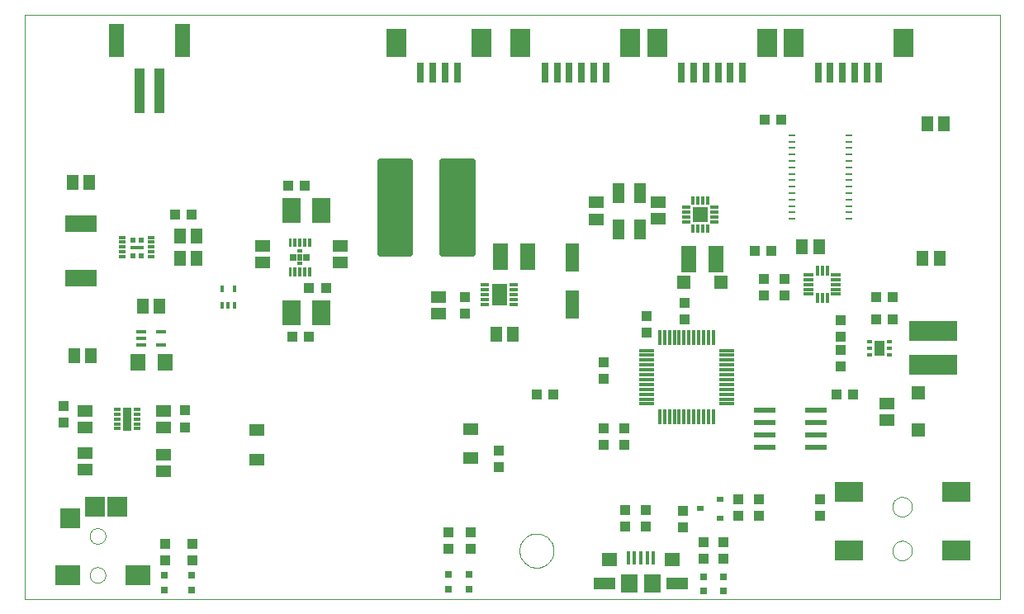
<source format=gtp>
G75*
G70*
%OFA0B0*%
%FSLAX24Y24*%
%IPPOS*%
%LPD*%
%AMOC8*
5,1,8,0,0,1.08239X$1,22.5*
%
%ADD10C,0.0000*%
%ADD11R,0.0157X0.0276*%
%ADD12R,0.0512X0.0591*%
%ADD13R,0.0630X0.0709*%
%ADD14R,0.0280X0.0120*%
%ADD15R,0.0236X0.0217*%
%ADD16R,0.0551X0.0177*%
%ADD17C,0.0007*%
%ADD18R,0.0256X0.0256*%
%ADD19R,0.0039X0.0085*%
%ADD20R,0.0039X0.0083*%
%ADD21R,0.0236X0.0118*%
%ADD22R,0.0236X0.0138*%
%ADD23R,0.0197X0.0256*%
%ADD24R,0.0768X0.0984*%
%ADD25R,0.0591X0.0512*%
%ADD26R,0.0433X0.0394*%
%ADD27R,0.1260X0.0709*%
%ADD28R,0.0320X0.0120*%
%ADD29R,0.0610X0.0910*%
%ADD30C,0.0185*%
%ADD31R,0.0630X0.1063*%
%ADD32R,0.0551X0.1181*%
%ADD33R,0.0394X0.0433*%
%ADD34R,0.0630X0.0472*%
%ADD35R,0.0315X0.0315*%
%ADD36R,0.0394X0.1811*%
%ADD37R,0.0630X0.1339*%
%ADD38R,0.0240X0.0140*%
%ADD39R,0.0390X0.0630*%
%ADD40R,0.1929X0.0827*%
%ADD41R,0.0551X0.0551*%
%ADD42R,0.0260X0.0120*%
%ADD43R,0.0330X0.0940*%
%ADD44R,0.0787X0.0787*%
%ADD45R,0.0984X0.0787*%
%ADD46R,0.1181X0.0787*%
%ADD47R,0.0630X0.0118*%
%ADD48R,0.0118X0.0630*%
%ADD49R,0.0315X0.0098*%
%ADD50R,0.0709X0.0748*%
%ADD51R,0.0906X0.0512*%
%ADD52R,0.0157X0.0531*%
%ADD53R,0.0630X0.0551*%
%ADD54R,0.0472X0.0787*%
%ADD55R,0.0315X0.0787*%
%ADD56R,0.0827X0.1181*%
%ADD57R,0.0276X0.0236*%
%ADD58R,0.0400X0.0140*%
%ADD59R,0.0870X0.0240*%
%ADD60R,0.0440X0.0120*%
%ADD61R,0.0120X0.0440*%
%ADD62R,0.0120X0.0320*%
%ADD63R,0.0610X0.0610*%
D10*
X000189Y003356D02*
X000189Y026978D01*
X039559Y026978D01*
X039559Y003356D01*
X000189Y003356D01*
X002827Y004341D02*
X002829Y004376D01*
X002835Y004411D01*
X002845Y004445D01*
X002858Y004478D01*
X002875Y004509D01*
X002896Y004537D01*
X002919Y004564D01*
X002946Y004587D01*
X002974Y004608D01*
X003005Y004625D01*
X003038Y004638D01*
X003072Y004648D01*
X003107Y004654D01*
X003142Y004656D01*
X003177Y004654D01*
X003212Y004648D01*
X003246Y004638D01*
X003279Y004625D01*
X003310Y004608D01*
X003338Y004587D01*
X003365Y004564D01*
X003388Y004537D01*
X003409Y004509D01*
X003426Y004478D01*
X003439Y004445D01*
X003449Y004411D01*
X003455Y004376D01*
X003457Y004341D01*
X003455Y004306D01*
X003449Y004271D01*
X003439Y004237D01*
X003426Y004204D01*
X003409Y004173D01*
X003388Y004145D01*
X003365Y004118D01*
X003338Y004095D01*
X003310Y004074D01*
X003279Y004057D01*
X003246Y004044D01*
X003212Y004034D01*
X003177Y004028D01*
X003142Y004026D01*
X003107Y004028D01*
X003072Y004034D01*
X003038Y004044D01*
X003005Y004057D01*
X002974Y004074D01*
X002946Y004095D01*
X002919Y004118D01*
X002896Y004145D01*
X002875Y004173D01*
X002858Y004204D01*
X002845Y004237D01*
X002835Y004271D01*
X002829Y004306D01*
X002827Y004341D01*
X002827Y005915D02*
X002829Y005950D01*
X002835Y005985D01*
X002845Y006019D01*
X002858Y006052D01*
X002875Y006083D01*
X002896Y006111D01*
X002919Y006138D01*
X002946Y006161D01*
X002974Y006182D01*
X003005Y006199D01*
X003038Y006212D01*
X003072Y006222D01*
X003107Y006228D01*
X003142Y006230D01*
X003177Y006228D01*
X003212Y006222D01*
X003246Y006212D01*
X003279Y006199D01*
X003310Y006182D01*
X003338Y006161D01*
X003365Y006138D01*
X003388Y006111D01*
X003409Y006083D01*
X003426Y006052D01*
X003439Y006019D01*
X003449Y005985D01*
X003455Y005950D01*
X003457Y005915D01*
X003455Y005880D01*
X003449Y005845D01*
X003439Y005811D01*
X003426Y005778D01*
X003409Y005747D01*
X003388Y005719D01*
X003365Y005692D01*
X003338Y005669D01*
X003310Y005648D01*
X003279Y005631D01*
X003246Y005618D01*
X003212Y005608D01*
X003177Y005602D01*
X003142Y005600D01*
X003107Y005602D01*
X003072Y005608D01*
X003038Y005618D01*
X003005Y005631D01*
X002974Y005648D01*
X002946Y005669D01*
X002919Y005692D01*
X002896Y005719D01*
X002875Y005747D01*
X002858Y005778D01*
X002845Y005811D01*
X002835Y005845D01*
X002829Y005880D01*
X002827Y005915D01*
X020170Y005325D02*
X020172Y005377D01*
X020178Y005429D01*
X020188Y005480D01*
X020201Y005530D01*
X020219Y005580D01*
X020240Y005627D01*
X020264Y005673D01*
X020293Y005717D01*
X020324Y005759D01*
X020358Y005798D01*
X020395Y005835D01*
X020435Y005868D01*
X020478Y005899D01*
X020522Y005926D01*
X020568Y005950D01*
X020617Y005970D01*
X020666Y005986D01*
X020717Y005999D01*
X020768Y006008D01*
X020820Y006013D01*
X020872Y006014D01*
X020924Y006011D01*
X020976Y006004D01*
X021027Y005993D01*
X021077Y005979D01*
X021126Y005960D01*
X021173Y005938D01*
X021218Y005913D01*
X021262Y005884D01*
X021303Y005852D01*
X021342Y005817D01*
X021377Y005779D01*
X021410Y005738D01*
X021440Y005696D01*
X021466Y005651D01*
X021489Y005604D01*
X021508Y005555D01*
X021524Y005505D01*
X021536Y005455D01*
X021544Y005403D01*
X021548Y005351D01*
X021548Y005299D01*
X021544Y005247D01*
X021536Y005195D01*
X021524Y005145D01*
X021508Y005095D01*
X021489Y005046D01*
X021466Y004999D01*
X021440Y004954D01*
X021410Y004912D01*
X021377Y004871D01*
X021342Y004833D01*
X021303Y004798D01*
X021262Y004766D01*
X021218Y004737D01*
X021173Y004712D01*
X021126Y004690D01*
X021077Y004671D01*
X021027Y004657D01*
X020976Y004646D01*
X020924Y004639D01*
X020872Y004636D01*
X020820Y004637D01*
X020768Y004642D01*
X020717Y004651D01*
X020666Y004664D01*
X020617Y004680D01*
X020568Y004700D01*
X020522Y004724D01*
X020478Y004751D01*
X020435Y004782D01*
X020395Y004815D01*
X020358Y004852D01*
X020324Y004891D01*
X020293Y004933D01*
X020264Y004977D01*
X020240Y005023D01*
X020219Y005070D01*
X020201Y005120D01*
X020188Y005170D01*
X020178Y005221D01*
X020172Y005273D01*
X020170Y005325D01*
X035228Y005325D02*
X035230Y005364D01*
X035236Y005403D01*
X035246Y005441D01*
X035259Y005478D01*
X035276Y005513D01*
X035296Y005547D01*
X035320Y005578D01*
X035347Y005607D01*
X035376Y005633D01*
X035408Y005656D01*
X035442Y005676D01*
X035478Y005692D01*
X035515Y005704D01*
X035554Y005713D01*
X035593Y005718D01*
X035632Y005719D01*
X035671Y005716D01*
X035710Y005709D01*
X035747Y005698D01*
X035784Y005684D01*
X035819Y005666D01*
X035852Y005645D01*
X035883Y005620D01*
X035911Y005593D01*
X035936Y005563D01*
X035958Y005530D01*
X035977Y005496D01*
X035992Y005460D01*
X036004Y005422D01*
X036012Y005384D01*
X036016Y005345D01*
X036016Y005305D01*
X036012Y005266D01*
X036004Y005228D01*
X035992Y005190D01*
X035977Y005154D01*
X035958Y005120D01*
X035936Y005087D01*
X035911Y005057D01*
X035883Y005030D01*
X035852Y005005D01*
X035819Y004984D01*
X035784Y004966D01*
X035747Y004952D01*
X035710Y004941D01*
X035671Y004934D01*
X035632Y004931D01*
X035593Y004932D01*
X035554Y004937D01*
X035515Y004946D01*
X035478Y004958D01*
X035442Y004974D01*
X035408Y004994D01*
X035376Y005017D01*
X035347Y005043D01*
X035320Y005072D01*
X035296Y005103D01*
X035276Y005137D01*
X035259Y005172D01*
X035246Y005209D01*
X035236Y005247D01*
X035230Y005286D01*
X035228Y005325D01*
X035228Y007096D02*
X035230Y007135D01*
X035236Y007174D01*
X035246Y007212D01*
X035259Y007249D01*
X035276Y007284D01*
X035296Y007318D01*
X035320Y007349D01*
X035347Y007378D01*
X035376Y007404D01*
X035408Y007427D01*
X035442Y007447D01*
X035478Y007463D01*
X035515Y007475D01*
X035554Y007484D01*
X035593Y007489D01*
X035632Y007490D01*
X035671Y007487D01*
X035710Y007480D01*
X035747Y007469D01*
X035784Y007455D01*
X035819Y007437D01*
X035852Y007416D01*
X035883Y007391D01*
X035911Y007364D01*
X035936Y007334D01*
X035958Y007301D01*
X035977Y007267D01*
X035992Y007231D01*
X036004Y007193D01*
X036012Y007155D01*
X036016Y007116D01*
X036016Y007076D01*
X036012Y007037D01*
X036004Y006999D01*
X035992Y006961D01*
X035977Y006925D01*
X035958Y006891D01*
X035936Y006858D01*
X035911Y006828D01*
X035883Y006801D01*
X035852Y006776D01*
X035819Y006755D01*
X035784Y006737D01*
X035747Y006723D01*
X035710Y006712D01*
X035671Y006705D01*
X035632Y006702D01*
X035593Y006703D01*
X035554Y006708D01*
X035515Y006717D01*
X035478Y006729D01*
X035442Y006745D01*
X035408Y006765D01*
X035376Y006788D01*
X035347Y006814D01*
X035320Y006843D01*
X035296Y006874D01*
X035276Y006908D01*
X035259Y006943D01*
X035246Y006980D01*
X035236Y007018D01*
X035230Y007057D01*
X035228Y007096D01*
D11*
X008674Y015226D03*
X008418Y015226D03*
X008162Y015226D03*
X008162Y015896D03*
X008674Y015896D03*
D12*
X007138Y017132D03*
X006469Y017132D03*
X006469Y018018D03*
X007138Y018018D03*
X005642Y015207D03*
X004973Y015207D03*
X002886Y013199D03*
X002217Y013199D03*
X002138Y020183D03*
X002807Y020183D03*
X019225Y014057D03*
X019894Y014057D03*
X031587Y017608D03*
X032256Y017608D03*
X036453Y017128D03*
X037122Y017128D03*
X037319Y022577D03*
X036650Y022577D03*
D13*
X005859Y012923D03*
X004756Y012923D03*
D14*
X005307Y017195D03*
X005307Y017385D03*
X005307Y017585D03*
X005307Y017785D03*
X005307Y017975D03*
X004127Y017975D03*
X004127Y017785D03*
X004127Y017585D03*
X004127Y017385D03*
X004127Y017195D03*
D15*
X004579Y017220D03*
X004894Y017220D03*
X004894Y017870D03*
X004579Y017870D03*
D16*
X004737Y017555D03*
D17*
X010856Y017627D02*
X010940Y017627D01*
X010856Y017627D02*
X010856Y017935D01*
X010940Y017935D01*
X010940Y017627D01*
X010940Y017633D02*
X010856Y017633D01*
X010856Y017639D02*
X010940Y017639D01*
X010940Y017645D02*
X010856Y017645D01*
X010856Y017651D02*
X010940Y017651D01*
X010940Y017657D02*
X010856Y017657D01*
X010856Y017663D02*
X010940Y017663D01*
X010940Y017669D02*
X010856Y017669D01*
X010856Y017675D02*
X010940Y017675D01*
X010940Y017681D02*
X010856Y017681D01*
X010856Y017687D02*
X010940Y017687D01*
X010940Y017693D02*
X010856Y017693D01*
X010856Y017699D02*
X010940Y017699D01*
X010940Y017705D02*
X010856Y017705D01*
X010856Y017711D02*
X010940Y017711D01*
X010940Y017717D02*
X010856Y017717D01*
X010856Y017723D02*
X010940Y017723D01*
X010940Y017729D02*
X010856Y017729D01*
X010856Y017735D02*
X010940Y017735D01*
X010940Y017741D02*
X010856Y017741D01*
X010856Y017747D02*
X010940Y017747D01*
X010940Y017753D02*
X010856Y017753D01*
X010856Y017759D02*
X010940Y017759D01*
X010940Y017765D02*
X010856Y017765D01*
X010856Y017771D02*
X010940Y017771D01*
X010940Y017777D02*
X010856Y017777D01*
X010856Y017783D02*
X010940Y017783D01*
X010940Y017789D02*
X010856Y017789D01*
X010856Y017795D02*
X010940Y017795D01*
X010940Y017801D02*
X010856Y017801D01*
X010856Y017807D02*
X010940Y017807D01*
X010940Y017813D02*
X010856Y017813D01*
X010856Y017819D02*
X010940Y017819D01*
X010940Y017825D02*
X010856Y017825D01*
X010856Y017831D02*
X010940Y017831D01*
X010940Y017837D02*
X010856Y017837D01*
X010856Y017843D02*
X010940Y017843D01*
X010940Y017849D02*
X010856Y017849D01*
X010856Y017855D02*
X010940Y017855D01*
X010940Y017861D02*
X010856Y017861D01*
X010856Y017867D02*
X010940Y017867D01*
X010940Y017873D02*
X010856Y017873D01*
X010856Y017879D02*
X010940Y017879D01*
X010940Y017885D02*
X010856Y017885D01*
X010856Y017891D02*
X010940Y017891D01*
X010940Y017897D02*
X010856Y017897D01*
X010856Y017903D02*
X010940Y017903D01*
X010940Y017909D02*
X010856Y017909D01*
X010856Y017915D02*
X010940Y017915D01*
X010940Y017921D02*
X010856Y017921D01*
X010856Y017927D02*
X010940Y017927D01*
X010940Y017933D02*
X010856Y017933D01*
X011053Y017627D02*
X011137Y017627D01*
X011053Y017627D02*
X011053Y017935D01*
X011137Y017935D01*
X011137Y017627D01*
X011137Y017633D02*
X011053Y017633D01*
X011053Y017639D02*
X011137Y017639D01*
X011137Y017645D02*
X011053Y017645D01*
X011053Y017651D02*
X011137Y017651D01*
X011137Y017657D02*
X011053Y017657D01*
X011053Y017663D02*
X011137Y017663D01*
X011137Y017669D02*
X011053Y017669D01*
X011053Y017675D02*
X011137Y017675D01*
X011137Y017681D02*
X011053Y017681D01*
X011053Y017687D02*
X011137Y017687D01*
X011137Y017693D02*
X011053Y017693D01*
X011053Y017699D02*
X011137Y017699D01*
X011137Y017705D02*
X011053Y017705D01*
X011053Y017711D02*
X011137Y017711D01*
X011137Y017717D02*
X011053Y017717D01*
X011053Y017723D02*
X011137Y017723D01*
X011137Y017729D02*
X011053Y017729D01*
X011053Y017735D02*
X011137Y017735D01*
X011137Y017741D02*
X011053Y017741D01*
X011053Y017747D02*
X011137Y017747D01*
X011137Y017753D02*
X011053Y017753D01*
X011053Y017759D02*
X011137Y017759D01*
X011137Y017765D02*
X011053Y017765D01*
X011053Y017771D02*
X011137Y017771D01*
X011137Y017777D02*
X011053Y017777D01*
X011053Y017783D02*
X011137Y017783D01*
X011137Y017789D02*
X011053Y017789D01*
X011053Y017795D02*
X011137Y017795D01*
X011137Y017801D02*
X011053Y017801D01*
X011053Y017807D02*
X011137Y017807D01*
X011137Y017813D02*
X011053Y017813D01*
X011053Y017819D02*
X011137Y017819D01*
X011137Y017825D02*
X011053Y017825D01*
X011053Y017831D02*
X011137Y017831D01*
X011137Y017837D02*
X011053Y017837D01*
X011053Y017843D02*
X011137Y017843D01*
X011137Y017849D02*
X011053Y017849D01*
X011053Y017855D02*
X011137Y017855D01*
X011137Y017861D02*
X011053Y017861D01*
X011053Y017867D02*
X011137Y017867D01*
X011137Y017873D02*
X011053Y017873D01*
X011053Y017879D02*
X011137Y017879D01*
X011137Y017885D02*
X011053Y017885D01*
X011053Y017891D02*
X011137Y017891D01*
X011137Y017897D02*
X011053Y017897D01*
X011053Y017903D02*
X011137Y017903D01*
X011137Y017909D02*
X011053Y017909D01*
X011053Y017915D02*
X011137Y017915D01*
X011137Y017921D02*
X011053Y017921D01*
X011053Y017927D02*
X011137Y017927D01*
X011137Y017933D02*
X011053Y017933D01*
X011250Y017627D02*
X011334Y017627D01*
X011250Y017627D02*
X011250Y017935D01*
X011334Y017935D01*
X011334Y017627D01*
X011334Y017633D02*
X011250Y017633D01*
X011250Y017639D02*
X011334Y017639D01*
X011334Y017645D02*
X011250Y017645D01*
X011250Y017651D02*
X011334Y017651D01*
X011334Y017657D02*
X011250Y017657D01*
X011250Y017663D02*
X011334Y017663D01*
X011334Y017669D02*
X011250Y017669D01*
X011250Y017675D02*
X011334Y017675D01*
X011334Y017681D02*
X011250Y017681D01*
X011250Y017687D02*
X011334Y017687D01*
X011334Y017693D02*
X011250Y017693D01*
X011250Y017699D02*
X011334Y017699D01*
X011334Y017705D02*
X011250Y017705D01*
X011250Y017711D02*
X011334Y017711D01*
X011334Y017717D02*
X011250Y017717D01*
X011250Y017723D02*
X011334Y017723D01*
X011334Y017729D02*
X011250Y017729D01*
X011250Y017735D02*
X011334Y017735D01*
X011334Y017741D02*
X011250Y017741D01*
X011250Y017747D02*
X011334Y017747D01*
X011334Y017753D02*
X011250Y017753D01*
X011250Y017759D02*
X011334Y017759D01*
X011334Y017765D02*
X011250Y017765D01*
X011250Y017771D02*
X011334Y017771D01*
X011334Y017777D02*
X011250Y017777D01*
X011250Y017783D02*
X011334Y017783D01*
X011334Y017789D02*
X011250Y017789D01*
X011250Y017795D02*
X011334Y017795D01*
X011334Y017801D02*
X011250Y017801D01*
X011250Y017807D02*
X011334Y017807D01*
X011334Y017813D02*
X011250Y017813D01*
X011250Y017819D02*
X011334Y017819D01*
X011334Y017825D02*
X011250Y017825D01*
X011250Y017831D02*
X011334Y017831D01*
X011334Y017837D02*
X011250Y017837D01*
X011250Y017843D02*
X011334Y017843D01*
X011334Y017849D02*
X011250Y017849D01*
X011250Y017855D02*
X011334Y017855D01*
X011334Y017861D02*
X011250Y017861D01*
X011250Y017867D02*
X011334Y017867D01*
X011334Y017873D02*
X011250Y017873D01*
X011250Y017879D02*
X011334Y017879D01*
X011334Y017885D02*
X011250Y017885D01*
X011250Y017891D02*
X011334Y017891D01*
X011334Y017897D02*
X011250Y017897D01*
X011250Y017903D02*
X011334Y017903D01*
X011334Y017909D02*
X011250Y017909D01*
X011250Y017915D02*
X011334Y017915D01*
X011334Y017921D02*
X011250Y017921D01*
X011250Y017927D02*
X011334Y017927D01*
X011334Y017933D02*
X011250Y017933D01*
X011447Y017627D02*
X011531Y017627D01*
X011447Y017627D02*
X011447Y017935D01*
X011531Y017935D01*
X011531Y017627D01*
X011531Y017633D02*
X011447Y017633D01*
X011447Y017639D02*
X011531Y017639D01*
X011531Y017645D02*
X011447Y017645D01*
X011447Y017651D02*
X011531Y017651D01*
X011531Y017657D02*
X011447Y017657D01*
X011447Y017663D02*
X011531Y017663D01*
X011531Y017669D02*
X011447Y017669D01*
X011447Y017675D02*
X011531Y017675D01*
X011531Y017681D02*
X011447Y017681D01*
X011447Y017687D02*
X011531Y017687D01*
X011531Y017693D02*
X011447Y017693D01*
X011447Y017699D02*
X011531Y017699D01*
X011531Y017705D02*
X011447Y017705D01*
X011447Y017711D02*
X011531Y017711D01*
X011531Y017717D02*
X011447Y017717D01*
X011447Y017723D02*
X011531Y017723D01*
X011531Y017729D02*
X011447Y017729D01*
X011447Y017735D02*
X011531Y017735D01*
X011531Y017741D02*
X011447Y017741D01*
X011447Y017747D02*
X011531Y017747D01*
X011531Y017753D02*
X011447Y017753D01*
X011447Y017759D02*
X011531Y017759D01*
X011531Y017765D02*
X011447Y017765D01*
X011447Y017771D02*
X011531Y017771D01*
X011531Y017777D02*
X011447Y017777D01*
X011447Y017783D02*
X011531Y017783D01*
X011531Y017789D02*
X011447Y017789D01*
X011447Y017795D02*
X011531Y017795D01*
X011531Y017801D02*
X011447Y017801D01*
X011447Y017807D02*
X011531Y017807D01*
X011531Y017813D02*
X011447Y017813D01*
X011447Y017819D02*
X011531Y017819D01*
X011531Y017825D02*
X011447Y017825D01*
X011447Y017831D02*
X011531Y017831D01*
X011531Y017837D02*
X011447Y017837D01*
X011447Y017843D02*
X011531Y017843D01*
X011531Y017849D02*
X011447Y017849D01*
X011447Y017855D02*
X011531Y017855D01*
X011531Y017861D02*
X011447Y017861D01*
X011447Y017867D02*
X011531Y017867D01*
X011531Y017873D02*
X011447Y017873D01*
X011447Y017879D02*
X011531Y017879D01*
X011531Y017885D02*
X011447Y017885D01*
X011447Y017891D02*
X011531Y017891D01*
X011531Y017897D02*
X011447Y017897D01*
X011447Y017903D02*
X011531Y017903D01*
X011531Y017909D02*
X011447Y017909D01*
X011447Y017915D02*
X011531Y017915D01*
X011531Y017921D02*
X011447Y017921D01*
X011447Y017927D02*
X011531Y017927D01*
X011531Y017933D02*
X011447Y017933D01*
X011643Y017627D02*
X011727Y017627D01*
X011643Y017627D02*
X011643Y017935D01*
X011727Y017935D01*
X011727Y017627D01*
X011727Y017633D02*
X011643Y017633D01*
X011643Y017639D02*
X011727Y017639D01*
X011727Y017645D02*
X011643Y017645D01*
X011643Y017651D02*
X011727Y017651D01*
X011727Y017657D02*
X011643Y017657D01*
X011643Y017663D02*
X011727Y017663D01*
X011727Y017669D02*
X011643Y017669D01*
X011643Y017675D02*
X011727Y017675D01*
X011727Y017681D02*
X011643Y017681D01*
X011643Y017687D02*
X011727Y017687D01*
X011727Y017693D02*
X011643Y017693D01*
X011643Y017699D02*
X011727Y017699D01*
X011727Y017705D02*
X011643Y017705D01*
X011643Y017711D02*
X011727Y017711D01*
X011727Y017717D02*
X011643Y017717D01*
X011643Y017723D02*
X011727Y017723D01*
X011727Y017729D02*
X011643Y017729D01*
X011643Y017735D02*
X011727Y017735D01*
X011727Y017741D02*
X011643Y017741D01*
X011643Y017747D02*
X011727Y017747D01*
X011727Y017753D02*
X011643Y017753D01*
X011643Y017759D02*
X011727Y017759D01*
X011727Y017765D02*
X011643Y017765D01*
X011643Y017771D02*
X011727Y017771D01*
X011727Y017777D02*
X011643Y017777D01*
X011643Y017783D02*
X011727Y017783D01*
X011727Y017789D02*
X011643Y017789D01*
X011643Y017795D02*
X011727Y017795D01*
X011727Y017801D02*
X011643Y017801D01*
X011643Y017807D02*
X011727Y017807D01*
X011727Y017813D02*
X011643Y017813D01*
X011643Y017819D02*
X011727Y017819D01*
X011727Y017825D02*
X011643Y017825D01*
X011643Y017831D02*
X011727Y017831D01*
X011727Y017837D02*
X011643Y017837D01*
X011643Y017843D02*
X011727Y017843D01*
X011727Y017849D02*
X011643Y017849D01*
X011643Y017855D02*
X011727Y017855D01*
X011727Y017861D02*
X011643Y017861D01*
X011643Y017867D02*
X011727Y017867D01*
X011727Y017873D02*
X011643Y017873D01*
X011643Y017879D02*
X011727Y017879D01*
X011727Y017885D02*
X011643Y017885D01*
X011643Y017891D02*
X011727Y017891D01*
X011727Y017897D02*
X011643Y017897D01*
X011643Y017903D02*
X011727Y017903D01*
X011727Y017909D02*
X011643Y017909D01*
X011643Y017915D02*
X011727Y017915D01*
X011727Y017921D02*
X011643Y017921D01*
X011643Y017927D02*
X011727Y017927D01*
X011727Y017933D02*
X011643Y017933D01*
X011643Y016446D02*
X011727Y016446D01*
X011643Y016446D02*
X011643Y016754D01*
X011727Y016754D01*
X011727Y016446D01*
X011727Y016452D02*
X011643Y016452D01*
X011643Y016458D02*
X011727Y016458D01*
X011727Y016464D02*
X011643Y016464D01*
X011643Y016470D02*
X011727Y016470D01*
X011727Y016476D02*
X011643Y016476D01*
X011643Y016482D02*
X011727Y016482D01*
X011727Y016488D02*
X011643Y016488D01*
X011643Y016494D02*
X011727Y016494D01*
X011727Y016500D02*
X011643Y016500D01*
X011643Y016506D02*
X011727Y016506D01*
X011727Y016512D02*
X011643Y016512D01*
X011643Y016518D02*
X011727Y016518D01*
X011727Y016524D02*
X011643Y016524D01*
X011643Y016530D02*
X011727Y016530D01*
X011727Y016536D02*
X011643Y016536D01*
X011643Y016542D02*
X011727Y016542D01*
X011727Y016548D02*
X011643Y016548D01*
X011643Y016554D02*
X011727Y016554D01*
X011727Y016560D02*
X011643Y016560D01*
X011643Y016566D02*
X011727Y016566D01*
X011727Y016572D02*
X011643Y016572D01*
X011643Y016578D02*
X011727Y016578D01*
X011727Y016584D02*
X011643Y016584D01*
X011643Y016590D02*
X011727Y016590D01*
X011727Y016596D02*
X011643Y016596D01*
X011643Y016602D02*
X011727Y016602D01*
X011727Y016608D02*
X011643Y016608D01*
X011643Y016614D02*
X011727Y016614D01*
X011727Y016620D02*
X011643Y016620D01*
X011643Y016626D02*
X011727Y016626D01*
X011727Y016632D02*
X011643Y016632D01*
X011643Y016638D02*
X011727Y016638D01*
X011727Y016644D02*
X011643Y016644D01*
X011643Y016650D02*
X011727Y016650D01*
X011727Y016656D02*
X011643Y016656D01*
X011643Y016662D02*
X011727Y016662D01*
X011727Y016668D02*
X011643Y016668D01*
X011643Y016674D02*
X011727Y016674D01*
X011727Y016680D02*
X011643Y016680D01*
X011643Y016686D02*
X011727Y016686D01*
X011727Y016692D02*
X011643Y016692D01*
X011643Y016698D02*
X011727Y016698D01*
X011727Y016704D02*
X011643Y016704D01*
X011643Y016710D02*
X011727Y016710D01*
X011727Y016716D02*
X011643Y016716D01*
X011643Y016722D02*
X011727Y016722D01*
X011727Y016728D02*
X011643Y016728D01*
X011643Y016734D02*
X011727Y016734D01*
X011727Y016740D02*
X011643Y016740D01*
X011643Y016746D02*
X011727Y016746D01*
X011727Y016752D02*
X011643Y016752D01*
X011531Y016446D02*
X011447Y016446D01*
X011447Y016754D01*
X011531Y016754D01*
X011531Y016446D01*
X011531Y016452D02*
X011447Y016452D01*
X011447Y016458D02*
X011531Y016458D01*
X011531Y016464D02*
X011447Y016464D01*
X011447Y016470D02*
X011531Y016470D01*
X011531Y016476D02*
X011447Y016476D01*
X011447Y016482D02*
X011531Y016482D01*
X011531Y016488D02*
X011447Y016488D01*
X011447Y016494D02*
X011531Y016494D01*
X011531Y016500D02*
X011447Y016500D01*
X011447Y016506D02*
X011531Y016506D01*
X011531Y016512D02*
X011447Y016512D01*
X011447Y016518D02*
X011531Y016518D01*
X011531Y016524D02*
X011447Y016524D01*
X011447Y016530D02*
X011531Y016530D01*
X011531Y016536D02*
X011447Y016536D01*
X011447Y016542D02*
X011531Y016542D01*
X011531Y016548D02*
X011447Y016548D01*
X011447Y016554D02*
X011531Y016554D01*
X011531Y016560D02*
X011447Y016560D01*
X011447Y016566D02*
X011531Y016566D01*
X011531Y016572D02*
X011447Y016572D01*
X011447Y016578D02*
X011531Y016578D01*
X011531Y016584D02*
X011447Y016584D01*
X011447Y016590D02*
X011531Y016590D01*
X011531Y016596D02*
X011447Y016596D01*
X011447Y016602D02*
X011531Y016602D01*
X011531Y016608D02*
X011447Y016608D01*
X011447Y016614D02*
X011531Y016614D01*
X011531Y016620D02*
X011447Y016620D01*
X011447Y016626D02*
X011531Y016626D01*
X011531Y016632D02*
X011447Y016632D01*
X011447Y016638D02*
X011531Y016638D01*
X011531Y016644D02*
X011447Y016644D01*
X011447Y016650D02*
X011531Y016650D01*
X011531Y016656D02*
X011447Y016656D01*
X011447Y016662D02*
X011531Y016662D01*
X011531Y016668D02*
X011447Y016668D01*
X011447Y016674D02*
X011531Y016674D01*
X011531Y016680D02*
X011447Y016680D01*
X011447Y016686D02*
X011531Y016686D01*
X011531Y016692D02*
X011447Y016692D01*
X011447Y016698D02*
X011531Y016698D01*
X011531Y016704D02*
X011447Y016704D01*
X011447Y016710D02*
X011531Y016710D01*
X011531Y016716D02*
X011447Y016716D01*
X011447Y016722D02*
X011531Y016722D01*
X011531Y016728D02*
X011447Y016728D01*
X011447Y016734D02*
X011531Y016734D01*
X011531Y016740D02*
X011447Y016740D01*
X011447Y016746D02*
X011531Y016746D01*
X011531Y016752D02*
X011447Y016752D01*
X011334Y016446D02*
X011250Y016446D01*
X011250Y016754D01*
X011334Y016754D01*
X011334Y016446D01*
X011334Y016452D02*
X011250Y016452D01*
X011250Y016458D02*
X011334Y016458D01*
X011334Y016464D02*
X011250Y016464D01*
X011250Y016470D02*
X011334Y016470D01*
X011334Y016476D02*
X011250Y016476D01*
X011250Y016482D02*
X011334Y016482D01*
X011334Y016488D02*
X011250Y016488D01*
X011250Y016494D02*
X011334Y016494D01*
X011334Y016500D02*
X011250Y016500D01*
X011250Y016506D02*
X011334Y016506D01*
X011334Y016512D02*
X011250Y016512D01*
X011250Y016518D02*
X011334Y016518D01*
X011334Y016524D02*
X011250Y016524D01*
X011250Y016530D02*
X011334Y016530D01*
X011334Y016536D02*
X011250Y016536D01*
X011250Y016542D02*
X011334Y016542D01*
X011334Y016548D02*
X011250Y016548D01*
X011250Y016554D02*
X011334Y016554D01*
X011334Y016560D02*
X011250Y016560D01*
X011250Y016566D02*
X011334Y016566D01*
X011334Y016572D02*
X011250Y016572D01*
X011250Y016578D02*
X011334Y016578D01*
X011334Y016584D02*
X011250Y016584D01*
X011250Y016590D02*
X011334Y016590D01*
X011334Y016596D02*
X011250Y016596D01*
X011250Y016602D02*
X011334Y016602D01*
X011334Y016608D02*
X011250Y016608D01*
X011250Y016614D02*
X011334Y016614D01*
X011334Y016620D02*
X011250Y016620D01*
X011250Y016626D02*
X011334Y016626D01*
X011334Y016632D02*
X011250Y016632D01*
X011250Y016638D02*
X011334Y016638D01*
X011334Y016644D02*
X011250Y016644D01*
X011250Y016650D02*
X011334Y016650D01*
X011334Y016656D02*
X011250Y016656D01*
X011250Y016662D02*
X011334Y016662D01*
X011334Y016668D02*
X011250Y016668D01*
X011250Y016674D02*
X011334Y016674D01*
X011334Y016680D02*
X011250Y016680D01*
X011250Y016686D02*
X011334Y016686D01*
X011334Y016692D02*
X011250Y016692D01*
X011250Y016698D02*
X011334Y016698D01*
X011334Y016704D02*
X011250Y016704D01*
X011250Y016710D02*
X011334Y016710D01*
X011334Y016716D02*
X011250Y016716D01*
X011250Y016722D02*
X011334Y016722D01*
X011334Y016728D02*
X011250Y016728D01*
X011250Y016734D02*
X011334Y016734D01*
X011334Y016740D02*
X011250Y016740D01*
X011250Y016746D02*
X011334Y016746D01*
X011334Y016752D02*
X011250Y016752D01*
X011137Y016446D02*
X011053Y016446D01*
X011053Y016754D01*
X011137Y016754D01*
X011137Y016446D01*
X011137Y016452D02*
X011053Y016452D01*
X011053Y016458D02*
X011137Y016458D01*
X011137Y016464D02*
X011053Y016464D01*
X011053Y016470D02*
X011137Y016470D01*
X011137Y016476D02*
X011053Y016476D01*
X011053Y016482D02*
X011137Y016482D01*
X011137Y016488D02*
X011053Y016488D01*
X011053Y016494D02*
X011137Y016494D01*
X011137Y016500D02*
X011053Y016500D01*
X011053Y016506D02*
X011137Y016506D01*
X011137Y016512D02*
X011053Y016512D01*
X011053Y016518D02*
X011137Y016518D01*
X011137Y016524D02*
X011053Y016524D01*
X011053Y016530D02*
X011137Y016530D01*
X011137Y016536D02*
X011053Y016536D01*
X011053Y016542D02*
X011137Y016542D01*
X011137Y016548D02*
X011053Y016548D01*
X011053Y016554D02*
X011137Y016554D01*
X011137Y016560D02*
X011053Y016560D01*
X011053Y016566D02*
X011137Y016566D01*
X011137Y016572D02*
X011053Y016572D01*
X011053Y016578D02*
X011137Y016578D01*
X011137Y016584D02*
X011053Y016584D01*
X011053Y016590D02*
X011137Y016590D01*
X011137Y016596D02*
X011053Y016596D01*
X011053Y016602D02*
X011137Y016602D01*
X011137Y016608D02*
X011053Y016608D01*
X011053Y016614D02*
X011137Y016614D01*
X011137Y016620D02*
X011053Y016620D01*
X011053Y016626D02*
X011137Y016626D01*
X011137Y016632D02*
X011053Y016632D01*
X011053Y016638D02*
X011137Y016638D01*
X011137Y016644D02*
X011053Y016644D01*
X011053Y016650D02*
X011137Y016650D01*
X011137Y016656D02*
X011053Y016656D01*
X011053Y016662D02*
X011137Y016662D01*
X011137Y016668D02*
X011053Y016668D01*
X011053Y016674D02*
X011137Y016674D01*
X011137Y016680D02*
X011053Y016680D01*
X011053Y016686D02*
X011137Y016686D01*
X011137Y016692D02*
X011053Y016692D01*
X011053Y016698D02*
X011137Y016698D01*
X011137Y016704D02*
X011053Y016704D01*
X011053Y016710D02*
X011137Y016710D01*
X011137Y016716D02*
X011053Y016716D01*
X011053Y016722D02*
X011137Y016722D01*
X011137Y016728D02*
X011053Y016728D01*
X011053Y016734D02*
X011137Y016734D01*
X011137Y016740D02*
X011053Y016740D01*
X011053Y016746D02*
X011137Y016746D01*
X011137Y016752D02*
X011053Y016752D01*
X010940Y016446D02*
X010856Y016446D01*
X010856Y016754D01*
X010940Y016754D01*
X010940Y016446D01*
X010940Y016452D02*
X010856Y016452D01*
X010856Y016458D02*
X010940Y016458D01*
X010940Y016464D02*
X010856Y016464D01*
X010856Y016470D02*
X010940Y016470D01*
X010940Y016476D02*
X010856Y016476D01*
X010856Y016482D02*
X010940Y016482D01*
X010940Y016488D02*
X010856Y016488D01*
X010856Y016494D02*
X010940Y016494D01*
X010940Y016500D02*
X010856Y016500D01*
X010856Y016506D02*
X010940Y016506D01*
X010940Y016512D02*
X010856Y016512D01*
X010856Y016518D02*
X010940Y016518D01*
X010940Y016524D02*
X010856Y016524D01*
X010856Y016530D02*
X010940Y016530D01*
X010940Y016536D02*
X010856Y016536D01*
X010856Y016542D02*
X010940Y016542D01*
X010940Y016548D02*
X010856Y016548D01*
X010856Y016554D02*
X010940Y016554D01*
X010940Y016560D02*
X010856Y016560D01*
X010856Y016566D02*
X010940Y016566D01*
X010940Y016572D02*
X010856Y016572D01*
X010856Y016578D02*
X010940Y016578D01*
X010940Y016584D02*
X010856Y016584D01*
X010856Y016590D02*
X010940Y016590D01*
X010940Y016596D02*
X010856Y016596D01*
X010856Y016602D02*
X010940Y016602D01*
X010940Y016608D02*
X010856Y016608D01*
X010856Y016614D02*
X010940Y016614D01*
X010940Y016620D02*
X010856Y016620D01*
X010856Y016626D02*
X010940Y016626D01*
X010940Y016632D02*
X010856Y016632D01*
X010856Y016638D02*
X010940Y016638D01*
X010940Y016644D02*
X010856Y016644D01*
X010856Y016650D02*
X010940Y016650D01*
X010940Y016656D02*
X010856Y016656D01*
X010856Y016662D02*
X010940Y016662D01*
X010940Y016668D02*
X010856Y016668D01*
X010856Y016674D02*
X010940Y016674D01*
X010940Y016680D02*
X010856Y016680D01*
X010856Y016686D02*
X010940Y016686D01*
X010940Y016692D02*
X010856Y016692D01*
X010856Y016698D02*
X010940Y016698D01*
X010940Y016704D02*
X010856Y016704D01*
X010856Y016710D02*
X010940Y016710D01*
X010940Y016716D02*
X010856Y016716D01*
X010856Y016722D02*
X010940Y016722D01*
X010940Y016728D02*
X010856Y016728D01*
X010856Y016734D02*
X010940Y016734D01*
X010940Y016740D02*
X010856Y016740D01*
X010856Y016746D02*
X010940Y016746D01*
X010940Y016752D02*
X010856Y016752D01*
D18*
X011026Y017181D03*
X011557Y017181D03*
D19*
X010819Y016716D03*
X010819Y017666D03*
D20*
X011764Y017661D03*
X011764Y016717D03*
D21*
X011292Y016935D03*
D22*
X011292Y017437D03*
D23*
X011292Y017181D03*
D24*
X010967Y019081D03*
X012168Y019081D03*
X012168Y014947D03*
X010967Y014947D03*
D25*
X009796Y016974D03*
X009796Y017644D03*
X012945Y017644D03*
X012945Y016974D03*
X016902Y015573D03*
X016902Y014904D03*
X023284Y018715D03*
X023284Y019384D03*
X025780Y019415D03*
X025780Y018746D03*
X034996Y011274D03*
X034996Y010604D03*
X005800Y010305D03*
X005800Y010974D03*
X005800Y009203D03*
X005800Y008533D03*
X002650Y008596D03*
X002650Y009266D03*
X002650Y010305D03*
X002650Y010974D03*
D26*
X005874Y005604D03*
X005874Y004935D03*
X006969Y004935D03*
X006969Y005604D03*
X017315Y005384D03*
X017315Y006053D03*
X018201Y006053D03*
X018201Y005384D03*
X019323Y008691D03*
X019323Y009360D03*
X023575Y009596D03*
X024402Y009596D03*
X024402Y010266D03*
X023575Y010266D03*
X024441Y006959D03*
X025268Y006959D03*
X025268Y006289D03*
X024441Y006289D03*
X026764Y006250D03*
X027591Y005659D03*
X027591Y004990D03*
X028398Y004990D03*
X028398Y005659D03*
X029008Y006722D03*
X029008Y007392D03*
X029835Y007392D03*
X029835Y006722D03*
X032315Y006722D03*
X032315Y007392D03*
X026764Y006919D03*
X032965Y011624D03*
X033634Y011624D03*
X033126Y013951D03*
X033126Y014620D03*
X034563Y014679D03*
X035233Y014679D03*
X035233Y015565D03*
X034563Y015565D03*
X025307Y014793D03*
X025307Y014124D03*
X012355Y015931D03*
X011685Y015931D03*
X011666Y013963D03*
X010996Y013963D03*
X006941Y018904D03*
X006272Y018904D03*
X010839Y020065D03*
X011508Y020065D03*
D27*
X002473Y018530D03*
X002473Y016325D03*
D28*
X018783Y016061D03*
X018783Y015871D03*
X018783Y015671D03*
X018783Y015471D03*
X018783Y015281D03*
X019943Y015281D03*
X019943Y015471D03*
X019943Y015671D03*
X019943Y015871D03*
X019943Y016061D03*
X026903Y018607D03*
X026903Y018807D03*
X026903Y019007D03*
X026903Y019207D03*
X028043Y019207D03*
X028043Y019007D03*
X028043Y018807D03*
X028043Y018607D03*
D29*
X019363Y015671D03*
D30*
X018288Y017297D02*
X018288Y021053D01*
X018288Y017297D02*
X017052Y017297D01*
X017052Y021053D01*
X018288Y021053D01*
X018288Y017481D02*
X017052Y017481D01*
X017052Y017665D02*
X018288Y017665D01*
X018288Y017849D02*
X017052Y017849D01*
X017052Y018033D02*
X018288Y018033D01*
X018288Y018217D02*
X017052Y018217D01*
X017052Y018401D02*
X018288Y018401D01*
X018288Y018585D02*
X017052Y018585D01*
X017052Y018769D02*
X018288Y018769D01*
X018288Y018953D02*
X017052Y018953D01*
X017052Y019137D02*
X018288Y019137D01*
X018288Y019321D02*
X017052Y019321D01*
X017052Y019505D02*
X018288Y019505D01*
X018288Y019689D02*
X017052Y019689D01*
X017052Y019873D02*
X018288Y019873D01*
X018288Y020057D02*
X017052Y020057D01*
X017052Y020241D02*
X018288Y020241D01*
X018288Y020425D02*
X017052Y020425D01*
X017052Y020609D02*
X018288Y020609D01*
X018288Y020793D02*
X017052Y020793D01*
X017052Y020977D02*
X018288Y020977D01*
X015768Y021053D02*
X015768Y017297D01*
X014532Y017297D01*
X014532Y021053D01*
X015768Y021053D01*
X015768Y017481D02*
X014532Y017481D01*
X014532Y017665D02*
X015768Y017665D01*
X015768Y017849D02*
X014532Y017849D01*
X014532Y018033D02*
X015768Y018033D01*
X015768Y018217D02*
X014532Y018217D01*
X014532Y018401D02*
X015768Y018401D01*
X015768Y018585D02*
X014532Y018585D01*
X014532Y018769D02*
X015768Y018769D01*
X015768Y018953D02*
X014532Y018953D01*
X014532Y019137D02*
X015768Y019137D01*
X015768Y019321D02*
X014532Y019321D01*
X014532Y019505D02*
X015768Y019505D01*
X015768Y019689D02*
X014532Y019689D01*
X014532Y019873D02*
X015768Y019873D01*
X015768Y020057D02*
X014532Y020057D01*
X014532Y020241D02*
X015768Y020241D01*
X015768Y020425D02*
X014532Y020425D01*
X014532Y020609D02*
X015768Y020609D01*
X015768Y020793D02*
X014532Y020793D01*
X014532Y020977D02*
X015768Y020977D01*
D31*
X019402Y017207D03*
X020504Y017207D03*
X027000Y017096D03*
X028103Y017096D03*
D32*
X022315Y017167D03*
X022315Y015278D03*
D33*
X023575Y012943D03*
X023575Y012274D03*
X021548Y011624D03*
X020878Y011624D03*
X017985Y014904D03*
X017985Y015573D03*
X026843Y015344D03*
X026843Y014675D03*
X030052Y015620D03*
X030859Y015620D03*
X030859Y016289D03*
X030052Y016289D03*
X030347Y017431D03*
X029678Y017431D03*
X033126Y013439D03*
X033126Y012770D03*
X030729Y022718D03*
X030059Y022718D03*
X006685Y010982D03*
X006685Y010313D03*
X001764Y010502D03*
X001764Y011171D03*
D34*
X009559Y010183D03*
X009559Y009002D03*
X018189Y009065D03*
X018189Y010246D03*
D35*
X018142Y004360D03*
X018142Y003770D03*
X017315Y003770D03*
X017315Y004360D03*
X027591Y004281D03*
X027591Y003691D03*
X028418Y003691D03*
X028418Y004281D03*
X006945Y004321D03*
X006945Y003730D03*
X005851Y003730D03*
X005851Y004321D03*
D36*
X005622Y023884D03*
X004835Y023884D03*
D37*
X003890Y025931D03*
X006567Y025931D03*
D38*
X034291Y013758D03*
X034291Y013498D03*
X034291Y013238D03*
X035111Y013238D03*
X035111Y013498D03*
X035111Y013758D03*
D39*
X034701Y013498D03*
D40*
X036867Y012829D03*
X036867Y014187D03*
D41*
X036276Y011687D03*
X036276Y010191D03*
X028300Y016152D03*
X026804Y016152D03*
D42*
X004723Y011030D03*
X004723Y010840D03*
X004723Y010640D03*
X004723Y010440D03*
X004723Y010250D03*
X003923Y010250D03*
X003923Y010440D03*
X003923Y010640D03*
X003923Y010840D03*
X003923Y011030D03*
D43*
X004323Y010640D03*
D44*
X003930Y007096D03*
X003024Y007096D03*
X002040Y006624D03*
D45*
X001941Y004341D03*
X004776Y004341D03*
D46*
X033457Y005325D03*
X033457Y007687D03*
X037788Y007687D03*
X037788Y005325D03*
D47*
X028528Y011250D03*
X028528Y011447D03*
X028528Y011644D03*
X028528Y011841D03*
X028528Y012037D03*
X028528Y012234D03*
X028528Y012431D03*
X028528Y012628D03*
X028528Y012825D03*
X028528Y013022D03*
X028528Y013218D03*
X028528Y013415D03*
X025300Y013415D03*
X025300Y013218D03*
X025300Y013022D03*
X025300Y012825D03*
X025300Y012628D03*
X025300Y012431D03*
X025300Y012234D03*
X025300Y012037D03*
X025300Y011841D03*
X025300Y011644D03*
X025300Y011447D03*
X025300Y011250D03*
D48*
X025831Y010718D03*
X026028Y010718D03*
X026225Y010718D03*
X026422Y010718D03*
X026619Y010718D03*
X026815Y010718D03*
X027012Y010718D03*
X027209Y010718D03*
X027406Y010718D03*
X027603Y010718D03*
X027800Y010718D03*
X027996Y010718D03*
X027996Y013947D03*
X027800Y013947D03*
X027603Y013947D03*
X027406Y013947D03*
X027209Y013947D03*
X027012Y013947D03*
X026815Y013947D03*
X026619Y013947D03*
X026422Y013947D03*
X026225Y013947D03*
X026028Y013947D03*
X025831Y013947D03*
D49*
X031181Y018725D03*
X031181Y018985D03*
X031181Y019245D03*
X031181Y019505D03*
X031181Y019765D03*
X031181Y020025D03*
X031181Y020285D03*
X031179Y020545D03*
X031181Y020805D03*
X031181Y021065D03*
X031181Y021325D03*
X031181Y021585D03*
X031181Y021845D03*
X031181Y022105D03*
X033481Y022105D03*
X033481Y021845D03*
X033481Y021585D03*
X033481Y021325D03*
X033481Y021065D03*
X033481Y020805D03*
X033483Y020545D03*
X033481Y020285D03*
X033481Y020025D03*
X033481Y019765D03*
X033481Y019505D03*
X033481Y019245D03*
X033481Y018985D03*
X033481Y018725D03*
D50*
X025524Y003986D03*
X024619Y003986D03*
D51*
X023595Y003986D03*
X026548Y003986D03*
D52*
X025583Y005039D03*
X025327Y005039D03*
X025071Y005039D03*
X024815Y005039D03*
X024559Y005039D03*
D53*
X023811Y004951D03*
X026331Y004951D03*
D54*
X025032Y018313D03*
X024166Y018313D03*
X024166Y019770D03*
X025032Y019770D03*
D55*
X023664Y024616D03*
X023172Y024616D03*
X022680Y024616D03*
X022187Y024616D03*
X021695Y024616D03*
X021203Y024616D03*
X017660Y024616D03*
X017168Y024616D03*
X016676Y024616D03*
X016183Y024616D03*
X026715Y024616D03*
X027207Y024616D03*
X027699Y024616D03*
X028191Y024616D03*
X028683Y024616D03*
X029176Y024616D03*
X032227Y024616D03*
X032719Y024616D03*
X033211Y024616D03*
X033703Y024616D03*
X034195Y024616D03*
X034687Y024616D03*
D56*
X035672Y025846D03*
X031243Y025846D03*
X030160Y025846D03*
X025731Y025846D03*
X024648Y025846D03*
X020219Y025846D03*
X018644Y025846D03*
X015199Y025846D03*
D57*
X028260Y007392D03*
X028260Y006644D03*
X027473Y007018D03*
D58*
X005707Y013647D03*
X005707Y014167D03*
X004907Y014167D03*
X004907Y013907D03*
X004907Y013647D03*
D59*
X030065Y010996D03*
X030065Y010496D03*
X030065Y009996D03*
X030065Y009496D03*
X032125Y009496D03*
X032125Y009996D03*
X032125Y010496D03*
X032125Y010996D03*
D60*
X031844Y015683D03*
X031844Y015873D03*
X031844Y016073D03*
X031844Y016273D03*
X031844Y016463D03*
X032944Y016463D03*
X032944Y016273D03*
X032944Y016073D03*
X032944Y015873D03*
X032944Y015683D03*
D61*
X032594Y015523D03*
X032394Y015523D03*
X032194Y015523D03*
X032194Y016623D03*
X032394Y016623D03*
X032594Y016623D03*
D62*
X027773Y018337D03*
X027573Y018337D03*
X027373Y018337D03*
X027173Y018337D03*
X027173Y019477D03*
X027373Y019477D03*
X027573Y019477D03*
X027773Y019477D03*
D63*
X027473Y018907D03*
M02*

</source>
